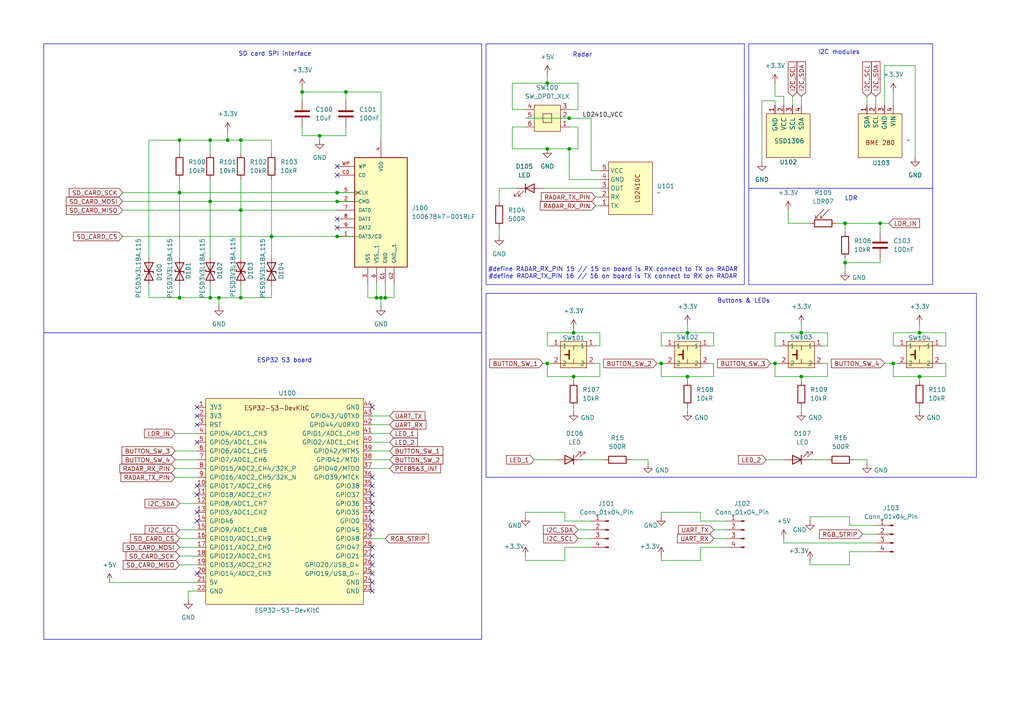
<source format=kicad_sch>
(kicad_sch (version 20231120) (generator "eeschema") (generator_version "8.0")
  (paper "A4")
  (lib_symbols
    (symbol "Connector:Conn_01x04_Pin" (pin_names (offset 1.016) hide)
      (property "Reference" "J" (at 0 5.08 0))
      (property "Value" "Conn_01x04_Pin" (at 0 -7.62 0))
      (symbol "Conn_01x04_Pin_1_1"
        (pin passive line (at 5.08 2.54 180) (length 3.81) (name "Pin_1") (number "1"))
        (pin passive line (at 5.08 0 180) (length 3.81) (name "Pin_2") (number "2"))
        (pin passive line (at 5.08 -2.54 180) (length 3.81) (name "Pin_3") (number "3"))
        (pin passive line (at 5.08 -5.08 180) (length 3.81) (name "Pin_4") (number "4"))
      )
    )
    (symbol "Device:C" (pin_numbers hide) (pin_names (offset 0.254))
      (property "Reference" "C" (at 0.635 2.54 0))
      (property "Value" "C" (at 0.635 -2.54 0))
      (symbol "C_1_1"
        (pin passive line (at 0 3.81 270) (length 2.794) (name "~") (number "1"))
        (pin passive line (at 0 -3.81 90) (length 2.794) (name "~") (number "2"))
      )
    )
    (symbol "Device:D_TVS" (pin_numbers hide) (pin_names (offset 1.016) hide)
      (property "Reference" "D" (at 0 2.54 0))
      (property "Value" "D_TVS" (at 0 -2.54 0))
      (symbol "D_TVS_1_1"
        (pin passive line (at -3.81 0 0) (length 2.54) (name "A1") (number "1"))
        (pin passive line (at 3.81 0 180) (length 2.54) (name "A2") (number "2"))
      )
    )
    (symbol "Device:LED" (pin_numbers hide) (pin_names (offset 1.016) hide)
      (property "Reference" "D" (at 0 2.54 0))
      (property "Value" "LED" (at 0 -2.54 0))
      (symbol "LED_1_1"
        (pin passive line (at -3.81 0 0) (length 2.54) (name "K") (number "1"))
        (pin passive line (at 3.81 0 180) (length 2.54) (name "A") (number "2"))
      )
    )
    (symbol "Device:R" (pin_numbers hide) (pin_names (offset 0))
      (property "Reference" "R" (at 2.032 0 90))
      (property "Value" "R" (at 0 0 90))
      (symbol "R_1_1"
        (pin passive line (at 0 3.81 270) (length 1.27) (name "~") (number "1"))
        (pin passive line (at 0 -3.81 90) (length 1.27) (name "~") (number "2"))
      )
    )
    (symbol "Sensor_Optical:LDR07" (pin_numbers hide) (pin_names (offset 0))
      (property "Reference" "R" (at -5.08 0 90))
      (property "Value" "LDR07" (at 1.905 0 90))
      (symbol "LDR07_1_1"
        (pin passive line (at 0 3.81 270) (length 1.27) (name "~") (number "1"))
        (pin passive line (at 0 -3.81 90) (length 1.27) (name "~") (number "2"))
      )
    )
    (symbol "esp32s3_watches:10067847-001RLF" (pin_names (offset 1.016))
      (property "Reference" "J" (at -6.096 13.208 0))
      (property "Value" "10067847-001RLF" (at 6.858 -11.938 90))
      (symbol "10067847-001RLF_0_0"
        (pin bidirectional line (at -12.7 -10.16 0) (length 5.08) (name "DAT3/CD") (number "1"))
        (pin bidirectional line (at -12.7 0 0) (length 5.08) (name "CMD") (number "2"))
        (pin power_in line (at -3.81 -24.13 90) (length 5.08) (name "VSS") (number "3"))
        (pin power_in line (at 0 17.78 270) (length 5.08) (name "VDD") (number "4"))
        (pin bidirectional clock (at -12.7 2.54 0) (length 5.08) (name "CLK") (number "5"))
        (pin power_in line (at -1.27 -24.13 90) (length 5.08) (name "VSS__1") (number "6"))
        (pin bidirectional line (at -12.7 -2.54 0) (length 5.08) (name "DAT0") (number "7"))
        (pin bidirectional line (at -12.7 -5.08 0) (length 5.08) (name "DAT1") (number "8"))
        (pin bidirectional line (at -12.7 -7.62 0) (length 5.08) (name "DAT2") (number "9"))
        (pin input line (at -12.7 7.62 0) (length 5.08) (name "CD") (number "CD"))
        (pin power_in line (at 1.27 -24.13 90) (length 5.08) (name "GND") (number "G1"))
        (pin power_in line (at 3.81 -24.13 90) (length 5.08) (name "GND__1") (number "G2"))
        (pin input line (at -12.7 10.16 0) (length 5.08) (name "WP") (number "WP"))
      )
    )
    (symbol "esp32s3_watches:BME280"
      (property "Reference" "U" (at 0 0 0))
      (symbol "BME280_1_1"
        (text "BME 280" (at 0 -10.922 0) (effects (font (size 1.27 1.27))))
        (pin input line (at -3.81 0 270) (length 2.54) (name "SDA") (number "1"))
        (pin input line (at -1.27 0 270) (length 2.54) (name "SCL") (number "2"))
        (pin power_in line (at 1.27 0 270) (length 2.54) (name "GND") (number "3"))
        (pin power_in line (at 3.81 0 270) (length 2.54) (name "VIN") (number "4"))
      )
    )
    (symbol "esp32s3_watches:ESP32-S3-DevKitC" (pin_names (offset 1.016))
      (property "Reference" "U" (at -21.844 45.72 0))
      (property "Value" "ESP32-S3-DevKitC" (at -10.922 44.45 0))
      (symbol "ESP32-S3-DevKitC_0_0"
        (text "ESP32-S3-DevKitC" (at -2.286 40.386 0) (effects (font (size 1.27 1.27))))
        (pin bidirectional line (at -25.4 7.62 0) (length 2.54) (name "GPIO46") (number "14"))
        (pin bidirectional line (at -25.4 -5.08 0) (length 2.54) (name "GPIO13/ADC2_CH2") (number "19"))
        (pin bidirectional line (at 25.4 27.94 180) (length 2.54) (name "GPIO42/MTMS") (number "39"))
        (pin bidirectional line (at 25.4 30.48 180) (length 2.54) (name "GPIO2/ADC1_CH1") (number "40"))
        (pin bidirectional line (at 25.4 33.02 180) (length 2.54) (name "GPIO1/ADC1_CH0") (number "41"))
        (pin bidirectional line (at 25.4 35.56 180) (length 2.54) (name "GPIO44/U0RXD") (number "42"))
        (pin bidirectional line (at 25.4 38.1 180) (length 2.54) (name "GPIO43/U0TXD") (number "43"))
        (pin power_in line (at 25.4 40.64 180) (length 2.54) (name "GND") (number "44"))
      )
      (symbol "ESP32-S3-DevKitC_0_1"
        (pin power_in line (at -25.4 38.1 0) (length 2.54) (name "3V3") (number "2"))
      )
      (symbol "ESP32-S3-DevKitC_1_1"
        (pin power_in line (at -25.4 40.64 0) (length 2.54) (name "3V3") (number "1"))
        (pin bidirectional line (at -25.4 17.78 0) (length 2.54) (name "GPIO17/ADC2_CH6") (number "10"))
        (pin bidirectional line (at -25.4 15.24 0) (length 2.54) (name "GPIO18/ADC2_CH7") (number "11"))
        (pin bidirectional line (at -25.4 12.7 0) (length 2.54) (name "GPIO8/ADC1_CH7") (number "12"))
        (pin bidirectional line (at -25.4 10.16 0) (length 2.54) (name "GPIO3/ADC1_CH2") (number "13"))
        (pin bidirectional line (at -25.4 5.08 0) (length 2.54) (name "GPIO9/ADC1_CH8") (number "15"))
        (pin bidirectional line (at -25.4 2.54 0) (length 2.54) (name "GPIO10/ADC1_CH9") (number "16"))
        (pin bidirectional line (at -25.4 0 0) (length 2.54) (name "GPIO11/ADC2_CH0") (number "17"))
        (pin bidirectional line (at -25.4 -2.54 0) (length 2.54) (name "GPIO12/ADC2_CH1") (number "18"))
        (pin bidirectional line (at -25.4 -7.62 0) (length 2.54) (name "GPIO14/ADC2_CH3") (number "20"))
        (pin power_in line (at -25.4 -10.16 0) (length 2.54) (name "5V") (number "21"))
        (pin power_in line (at -25.4 -12.7 0) (length 2.54) (name "GND") (number "22"))
        (pin power_in line (at 25.4 -12.7 180) (length 2.54) (name "GND") (number "23"))
        (pin power_in line (at 25.4 -10.16 180) (length 2.54) (name "GND") (number "24"))
        (pin bidirectional line (at 25.4 -7.62 180) (length 2.54) (name "GPIO19/USB_D-") (number "25"))
        (pin bidirectional line (at 25.4 -5.08 180) (length 2.54) (name "GPIO20/USB_D+") (number "26"))
        (pin bidirectional line (at 25.4 -2.54 180) (length 2.54) (name "GPIO21") (number "27"))
        (pin bidirectional line (at 25.4 0 180) (length 2.54) (name "GPIO47") (number "28"))
        (pin bidirectional line (at 25.4 2.54 180) (length 2.54) (name "GPIO48") (number "29"))
        (pin input line (at -25.4 35.56 0) (length 2.54) (name "RST") (number "3"))
        (pin bidirectional line (at 25.4 5.08 180) (length 2.54) (name "GPIO45") (number "30"))
        (pin bidirectional line (at 25.4 7.62 180) (length 2.54) (name "GPIO0") (number "31"))
        (pin bidirectional line (at 25.4 10.16 180) (length 2.54) (name "GPIO35") (number "32"))
        (pin bidirectional line (at 25.4 12.7 180) (length 2.54) (name "GPIO36") (number "33"))
        (pin bidirectional line (at 25.4 15.24 180) (length 2.54) (name "GPIO37") (number "34"))
        (pin bidirectional line (at 25.4 17.78 180) (length 2.54) (name "GPIO38") (number "35"))
        (pin bidirectional line (at 25.4 20.32 180) (length 2.54) (name "GPIO39/MTCK") (number "36"))
        (pin bidirectional line (at 25.4 22.86 180) (length 2.54) (name "GPIO40/MTDO") (number "37"))
        (pin bidirectional line (at 25.4 25.4 180) (length 2.54) (name "GPIO41/MTDI") (number "38"))
        (pin bidirectional line (at -25.4 33.02 0) (length 2.54) (name "GPIO4/ADC1_CH3") (number "4"))
        (pin bidirectional line (at -25.4 30.48 0) (length 2.54) (name "GPIO5/ADC1_CH4") (number "5"))
        (pin bidirectional line (at -25.4 27.94 0) (length 2.54) (name "GPIO6/ADC1_CH5") (number "6"))
        (pin bidirectional line (at -25.4 25.4 0) (length 2.54) (name "GPIO7/ADC1_CH6") (number "7"))
        (pin bidirectional line (at -25.4 22.86 0) (length 2.54) (name "GPIO15/ADC2_CH4/32K_P") (number "8"))
        (pin bidirectional line (at -25.4 20.32 0) (length 2.54) (name "GPIO16/ADC2_CH5/32K_N") (number "9"))
      )
    )
    (symbol "esp32s3_watches:LD2410C"
      (property "Reference" "U" (at 0 6.096 0))
      (symbol "LD2410C_1_1"
        (text "LD2410C" (at 0 -10.922 0) (effects (font (size 1.27 1.27))))
        (pin output line (at -5.08 0 270) (length 2.54) (name "TX") (number "1"))
        (pin input line (at -2.54 0 270) (length 2.54) (name "RX") (number "2"))
        (pin output line (at 0 0 270) (length 2.54) (name "OUT") (number "3"))
        (pin power_in line (at 2.54 0 270) (length 2.54) (name "GND") (number "4"))
        (pin power_in line (at 5.08 0 270) (length 2.54) (name "VCC") (number "5"))
      )
    )
    (symbol "esp32s3_watches:SSD1306" (pin_names (offset 1.016))
      (property "Reference" "Brd" (at 0 -3.81 0))
      (property "Value" "SSD1306" (at 0 -1.27 0))
      (symbol "SSD1306_1_1"
        (pin input line (at -3.81 8.89 270) (length 2.54) (name "GND") (number "1"))
        (pin input line (at -1.27 8.89 270) (length 2.54) (name "VCC") (number "2"))
        (pin input line (at 1.27 8.89 270) (length 2.54) (name "SCL") (number "3"))
        (pin input line (at 3.81 8.89 270) (length 2.54) (name "SDA") (number "4"))
      )
    )
    (symbol "esp32s3_watches:SW_DPDT_XLX" (pin_names (offset 1.016))
      (property "Reference" "SW" (at 0 5.08 0))
      (property "Value" "SW_DPDT_XLX" (at 0 2.54 0))
      (symbol "SW_DPDT_XLX_1_1"
        (pin input line (at 6.35 -6.35 180) (length 2.54) (name "~") (number "1"))
        (pin input line (at 6.35 -3.81 180) (length 2.54) (name "~") (number "2"))
        (pin input line (at 6.35 -1.27 180) (length 2.54) (name "~") (number "3"))
        (pin input line (at -6.35 -1.27 0) (length 2.54) (name "~") (number "4"))
        (pin input line (at -6.35 -3.81 0) (length 2.54) (name "~") (number "5"))
        (pin input line (at -6.35 -6.35 0) (length 2.54) (name "~") (number "6"))
      )
    )
    (symbol "esp32s3_watches:SW_PUSH_6mm_H5mm"
      (property "Reference" "SW" (at 0 3.81 0))
      (symbol "SW_PUSH_6mm_H5mm_1_1"
        (pin passive line (at -6.35 1.27 0) (length 2.54) (name "1") (number "1"))
        (pin passive line (at 6.35 1.27 180) (length 2.54) (name "1") (number "1"))
        (pin passive line (at -6.35 -3.81 0) (length 2.54) (name "2") (number "2"))
        (pin passive line (at 6.35 -3.81 180) (length 2.54) (name "2") (number "2"))
      )
    )
    (symbol "power:+3.3V" (power) (pin_numbers hide) (pin_names (offset 0) hide)
      (property "Value" "+3.3V" (at 0 3.556 0))
      (symbol "+3.3V_1_1"
        (pin power_in line (at 0 0 90) (length 0) (name "~") (number "1"))
      )
    )
    (symbol "power:+5V" (power) (pin_numbers hide) (pin_names (offset 0) hide)
      (property "Value" "+5V" (at 0 3.556 0))
      (symbol "+5V_1_1"
        (pin power_in line (at 0 0 90) (length 0) (name "~") (number "1"))
      )
    )
    (symbol "power:GND" (power) (pin_numbers hide) (pin_names (offset 0) hide)
      (property "Value" "GND" (at 0 -3.81 0))
      (symbol "GND_1_1"
        (pin power_in line (at 0 0 270) (length 0) (name "~") (number "1"))
      )
    )
  )
  (junction (at 69.85 60.96))
  (junction (at 97.79 55.88))
  (junction (at 97.79 58.42))
  (junction (at 158.75 24.13))
  (junction (at 166.37 109.22))
  (junction (at 100.33 26.67))
  (junction (at 87.63 26.67))
  (junction (at 224.79 105.41))
  (junction (at 52.07 86.36))
  (junction (at 69.85 40.64))
  (junction (at 191.77 105.41))
  (junction (at 111.76 86.36))
  (junction (at 232.41 109.22))
  (junction (at 109.22 86.36))
  (junction (at 52.07 40.64))
  (junction (at 92.71 39.37))
  (junction (at 60.96 86.36))
  (junction (at 245.11 64.77))
  (junction (at 52.07 55.88))
  (junction (at 255.27 64.77))
  (junction (at 232.41 96.52))
  (junction (at 166.37 96.52))
  (junction (at 110.49 86.36))
  (junction (at 266.7 96.52))
  (junction (at 199.39 109.22))
  (junction (at 60.96 58.42))
  (junction (at 60.96 40.64))
  (junction (at 158.75 43.18))
  (junction (at 259.08 105.41))
  (junction (at 66.04 40.64))
  (junction (at 63.5 86.36))
  (junction (at 245.11 76.2))
  (junction (at 165.1 43.18))
  (junction (at 158.75 105.41))
  (junction (at 69.85 86.36))
  (junction (at 199.39 96.52))
  (junction (at 266.7 109.22))
  (junction (at 165.1 34.29))
  (junction (at 97.79 68.58))
  (junction (at 78.74 68.58))
  (no_connect (at 107.95 171.45))
  (no_connect (at 107.95 151.13))
  (no_connect (at 97.79 66.04))
  (no_connect (at 107.95 166.37))
  (no_connect (at 57.15 148.59))
  (no_connect (at 107.95 161.29))
  (no_connect (at 57.15 151.13))
  (no_connect (at 97.79 48.26))
  (no_connect (at 57.15 118.11))
  (no_connect (at 107.95 118.11))
  (no_connect (at 107.95 168.91))
  (no_connect (at 107.95 158.75))
  (no_connect (at 57.15 143.51))
  (no_connect (at 57.15 166.37))
  (no_connect (at 57.15 123.19))
  (no_connect (at 107.95 153.67))
  (no_connect (at 107.95 163.83))
  (no_connect (at 107.95 143.51))
  (no_connect (at 107.95 138.43))
  (no_connect (at 57.15 120.65))
  (no_connect (at 97.79 63.5))
  (no_connect (at 57.15 140.97))
  (no_connect (at 107.95 148.59))
  (no_connect (at 97.79 50.8))
  (no_connect (at 107.95 140.97))
  (no_connect (at 107.95 146.05))
  (no_connect (at 57.15 128.27))
  (wire (pts (xy 191.77 105.41) (xy 191.77 109.22)))
  (wire (pts (xy 104.14 55.88) (xy 97.79 55.88)))
  (wire (pts (xy 69.85 44.45) (xy 69.85 40.64)))
  (wire (pts (xy 69.85 82.55) (xy 69.85 86.36)))
  (wire (pts (xy 173.99 109.22) (xy 166.37 109.22)))
  (wire (pts (xy 224.79 27.94) (xy 227.33 27.94)))
  (wire (pts (xy 274.32 96.52) (xy 266.7 96.52)))
  (wire (pts (xy 152.4 34.29) (xy 165.1 34.29)))
  (wire (pts (xy 52.07 161.29) (xy 57.15 161.29)))
  (wire (pts (xy 43.18 86.36) (xy 52.07 86.36)))
  (wire (pts (xy 173.99 52.07) (xy 165.1 52.07)))
  (wire (pts (xy 199.39 96.52) (xy 207.01 96.52)))
  (wire (pts (xy 199.39 109.22) (xy 199.39 110.49)))
  (wire (pts (xy 207.01 109.22) (xy 207.01 105.41)))
  (wire (pts (xy 199.39 93.98) (xy 199.39 96.52)))
  (wire (pts (xy 158.75 100.33) (xy 160.02 100.33)))
  (wire (pts (xy 100.33 26.67) (xy 100.33 29.21)))
  (wire (pts (xy 31.75 168.91) (xy 57.15 168.91)))
  (wire (pts (xy 273.05 100.33) (xy 274.32 100.33)))
  (wire (pts (xy 266.7 118.11) (xy 266.7 119.38)))
  (wire (pts (xy 50.8 135.89) (xy 57.15 135.89)))
  (wire (pts (xy 107.95 133.35) (xy 113.03 133.35)))
  (wire (pts (xy 223.52 105.41) (xy 224.79 105.41)))
  (wire (pts (xy 207.01 156.21) (xy 210.82 156.21)))
  (wire (pts (xy 107.95 128.27) (xy 113.03 128.27)))
  (wire (pts (xy 242.57 64.77) (xy 245.11 64.77)))
  (wire (pts (xy 251.46 133.35) (xy 251.46 134.62)))
  (wire (pts (xy 234.95 163.83) (xy 234.95 162.56)))
  (wire (pts (xy 254 27.94) (xy 254 30.48)))
  (wire (pts (xy 259.08 26.67) (xy 259.08 30.48)))
  (wire (pts (xy 35.56 55.88) (xy 52.07 55.88)))
  (wire (pts (xy 52.07 40.64) (xy 60.96 40.64)))
  (wire (pts (xy 166.37 109.22) (xy 166.37 110.49)))
  (wire (pts (xy 144.78 66.04) (xy 144.78 68.58)))
  (wire (pts (xy 52.07 55.88) (xy 52.07 74.93)))
  (wire (pts (xy 111.76 82.55) (xy 111.76 86.36)))
  (wire (pts (xy 224.79 29.21) (xy 224.79 30.48)))
  (wire (pts (xy 232.41 96.52) (xy 240.03 96.52)))
  (wire (pts (xy 144.78 54.61) (xy 144.78 58.42)))
  (wire (pts (xy 60.96 40.64) (xy 60.96 44.45)))
  (wire (pts (xy 78.74 44.45) (xy 78.74 40.64)))
  (wire (pts (xy 163.83 148.59) (xy 152.4 148.59)))
  (wire (pts (xy 165.1 52.07) (xy 165.1 43.18)))
  (wire (pts (xy 210.82 158.75) (xy 203.2 158.75)))
  (wire (pts (xy 254 160.02) (xy 246.38 160.02)))
  (wire (pts (xy 167.64 24.13) (xy 158.75 24.13)))
  (wire (pts (xy 107.95 130.81) (xy 113.03 130.81)))
  (wire (pts (xy 92.71 39.37) (xy 100.33 39.37)))
  (wire (pts (xy 227.33 156.21) (xy 227.33 157.48)))
  (wire (pts (xy 87.63 26.67) (xy 87.63 29.21)))
  (wire (pts (xy 165.1 34.29) (xy 171.45 34.29)))
  (wire (pts (xy 152.4 162.56) (xy 152.4 161.29)))
  (wire (pts (xy 114.3 82.55) (xy 114.3 86.36)))
  (wire (pts (xy 222.25 133.35) (xy 227.33 133.35)))
  (wire (pts (xy 158.75 105.41) (xy 160.02 105.41)))
  (wire (pts (xy 246.38 149.86) (xy 234.95 149.86)))
  (wire (pts (xy 163.83 151.13) (xy 163.83 148.59)))
  (wire (pts (xy 251.46 27.94) (xy 251.46 30.48)))
  (wire (pts (xy 104.14 68.58) (xy 97.79 68.58)))
  (wire (pts (xy 250.19 154.94) (xy 254 154.94)))
  (wire (pts (xy 167.64 43.18) (xy 165.1 43.18)))
  (wire (pts (xy 224.79 109.22) (xy 224.79 105.41)))
  (wire (pts (xy 199.39 118.11) (xy 199.39 119.38)))
  (wire (pts (xy 60.96 86.36) (xy 63.5 86.36)))
  (wire (pts (xy 52.07 40.64) (xy 43.18 40.64)))
  (wire (pts (xy 60.96 40.64) (xy 66.04 40.64)))
  (wire (pts (xy 228.6 64.77) (xy 234.95 64.77)))
  (wire (pts (xy 78.74 68.58) (xy 78.74 74.93)))
  (wire (pts (xy 234.95 133.35) (xy 240.03 133.35)))
  (wire (pts (xy 171.45 158.75) (xy 163.83 158.75)))
  (wire (pts (xy 254 152.4) (xy 246.38 152.4)))
  (wire (pts (xy 232.41 109.22) (xy 240.03 109.22)))
  (wire (pts (xy 87.63 26.67) (xy 100.33 26.67)))
  (wire (pts (xy 78.74 40.64) (xy 69.85 40.64)))
  (wire (pts (xy 167.64 156.21) (xy 171.45 156.21)))
  (wire (pts (xy 191.77 162.56) (xy 191.77 161.29)))
  (wire (pts (xy 43.18 40.64) (xy 43.18 74.93)))
  (wire (pts (xy 199.39 109.22) (xy 207.01 109.22)))
  (wire (pts (xy 246.38 163.83) (xy 234.95 163.83)))
  (wire (pts (xy 259.08 105.41) (xy 259.08 109.22)))
  (wire (pts (xy 157.48 54.61) (xy 173.99 54.61)))
  (wire (pts (xy 266.7 109.22) (xy 266.7 110.49)))
  (wire (pts (xy 246.38 160.02) (xy 246.38 163.83)))
  (wire (pts (xy 52.07 153.67) (xy 57.15 153.67)))
  (wire (pts (xy 227.33 157.48) (xy 254 157.48)))
  (wire (pts (xy 173.99 105.41) (xy 173.99 109.22)))
  (wire (pts (xy 245.11 64.77) (xy 255.27 64.77)))
  (wire (pts (xy 173.99 100.33) (xy 173.99 96.52)))
  (wire (pts (xy 255.27 76.2) (xy 255.27 74.93)))
  (wire (pts (xy 191.77 109.22) (xy 199.39 109.22)))
  (wire (pts (xy 106.68 82.55) (xy 106.68 86.36)))
  (wire (pts (xy 255.27 64.77) (xy 255.27 67.31)))
  (wire (pts (xy 69.85 40.64) (xy 66.04 40.64)))
  (wire (pts (xy 167.64 153.67) (xy 171.45 153.67)))
  (wire (pts (xy 246.38 152.4) (xy 246.38 149.86)))
  (wire (pts (xy 168.91 133.35) (xy 175.26 133.35)))
  (wire (pts (xy 35.56 68.58) (xy 78.74 68.58)))
  (wire (pts (xy 57.15 171.45) (xy 54.61 171.45)))
  (wire (pts (xy 107.95 135.89) (xy 113.03 135.89)))
  (wire (pts (xy 158.75 43.18) (xy 148.59 43.18)))
  (wire (pts (xy 69.85 60.96) (xy 69.85 74.93)))
  (wire (pts (xy 232.41 27.94) (xy 232.41 30.48)))
  (wire (pts (xy 111.76 86.36) (xy 110.49 86.36)))
  (wire (pts (xy 166.37 118.11) (xy 166.37 119.38)))
  (wire (pts (xy 107.95 156.21) (xy 111.76 156.21)))
  (wire (pts (xy 224.79 96.52) (xy 232.41 96.52)))
  (wire (pts (xy 78.74 68.58) (xy 97.79 68.58)))
  (wire (pts (xy 259.08 100.33) (xy 260.35 100.33)))
  (wire (pts (xy 224.79 105.41) (xy 226.06 105.41)))
  (wire (pts (xy 172.72 57.15) (xy 173.99 57.15)))
  (wire (pts (xy 207.01 100.33) (xy 205.74 100.33)))
  (wire (pts (xy 106.68 86.36) (xy 109.22 86.36)))
  (wire (pts (xy 148.59 24.13) (xy 158.75 24.13)))
  (wire (pts (xy 163.83 162.56) (xy 152.4 162.56)))
  (wire (pts (xy 163.83 158.75) (xy 163.83 162.56)))
  (wire (pts (xy 203.2 158.75) (xy 203.2 162.56)))
  (wire (pts (xy 172.72 59.69) (xy 173.99 59.69)))
  (wire (pts (xy 256.54 105.41) (xy 259.08 105.41)))
  (wire (pts (xy 107.95 125.73) (xy 113.03 125.73)))
  (wire (pts (xy 165.1 43.18) (xy 158.75 43.18)))
  (wire (pts (xy 158.75 24.13) (xy 158.75 21.59)))
  (wire (pts (xy 87.63 39.37) (xy 92.71 39.37)))
  (wire (pts (xy 100.33 26.67) (xy 110.49 26.67)))
  (wire (pts (xy 203.2 148.59) (xy 191.77 148.59)))
  (wire (pts (xy 193.04 105.41) (xy 191.77 105.41)))
  (wire (pts (xy 172.72 105.41) (xy 173.99 105.41)))
  (wire (pts (xy 69.85 86.36) (xy 63.5 86.36)))
  (wire (pts (xy 166.37 109.22) (xy 158.75 109.22)))
  (wire (pts (xy 50.8 138.43) (xy 57.15 138.43)))
  (wire (pts (xy 63.5 86.36) (xy 63.5 88.9)))
  (wire (pts (xy 78.74 52.07) (xy 78.74 68.58)))
  (wire (pts (xy 78.74 86.36) (xy 69.85 86.36)))
  (wire (pts (xy 229.87 27.94) (xy 229.87 30.48)))
  (wire (pts (xy 171.45 49.53) (xy 173.99 49.53)))
  (wire (pts (xy 152.4 148.59) (xy 152.4 149.86)))
  (wire (pts (xy 114.3 86.36) (xy 111.76 86.36)))
  (wire (pts (xy 35.56 58.42) (xy 60.96 58.42)))
  (wire (pts (xy 234.95 149.86) (xy 234.95 151.13)))
  (wire (pts (xy 245.11 76.2) (xy 245.11 78.74)))
  (wire (pts (xy 109.22 82.55) (xy 109.22 86.36)))
  (wire (pts (xy 104.14 58.42) (xy 97.79 58.42)))
  (wire (pts (xy 66.04 40.64) (xy 66.04 38.1)))
  (wire (pts (xy 191.77 100.33) (xy 191.77 96.52)))
  (wire (pts (xy 224.79 24.13) (xy 224.79 27.94)))
  (wire (pts (xy 274.32 100.33) (xy 274.32 96.52)))
  (wire (pts (xy 69.85 52.07) (xy 69.85 60.96)))
  (wire (pts (xy 259.08 96.52) (xy 259.08 100.33)))
  (wire (pts (xy 60.96 82.55) (xy 60.96 86.36)))
  (wire (pts (xy 60.96 58.42) (xy 60.96 74.93)))
  (wire (pts (xy 43.18 82.55) (xy 43.18 86.36)))
  (wire (pts (xy 50.8 130.81) (xy 57.15 130.81)))
  (wire (pts (xy 52.07 55.88) (xy 97.79 55.88)))
  (wire (pts (xy 52.07 156.21) (xy 57.15 156.21)))
  (wire (pts (xy 220.98 29.21) (xy 224.79 29.21)))
  (wire (pts (xy 226.06 100.33) (xy 224.79 100.33)))
  (wire (pts (xy 172.72 100.33) (xy 173.99 100.33)))
  (wire (pts (xy 52.07 44.45) (xy 52.07 40.64)))
  (wire (pts (xy 190.5 105.41) (xy 191.77 105.41)))
  (wire (pts (xy 154.94 133.35) (xy 161.29 133.35)))
  (wire (pts (xy 158.75 109.22) (xy 158.75 105.41)))
  (wire (pts (xy 50.8 133.35) (xy 57.15 133.35)))
  (wire (pts (xy 173.99 96.52) (xy 166.37 96.52)))
  (wire (pts (xy 87.63 25.4) (xy 87.63 26.67)))
  (wire (pts (xy 203.2 151.13) (xy 203.2 148.59)))
  (wire (pts (xy 167.64 36.83) (xy 167.64 43.18)))
  (wire (pts (xy 152.4 31.75) (xy 148.59 31.75)))
  (wire (pts (xy 193.04 100.33) (xy 191.77 100.33)))
  (wire (pts (xy 110.49 26.67) (xy 110.49 40.64)))
  (wire (pts (xy 207.01 153.67) (xy 210.82 153.67)))
  (wire (pts (xy 255.27 76.2) (xy 245.11 76.2)))
  (wire (pts (xy 247.65 133.35) (xy 251.46 133.35)))
  (wire (pts (xy 265.43 19.05) (xy 265.43 45.72)))
  (wire (pts (xy 78.74 82.55) (xy 78.74 86.36)))
  (wire (pts (xy 107.95 120.65) (xy 113.03 120.65)))
  (wire (pts (xy 52.07 86.36) (xy 60.96 86.36)))
  (wire (pts (xy 232.41 118.11) (xy 232.41 119.38)))
  (wire (pts (xy 266.7 96.52) (xy 259.08 96.52)))
  (wire (pts (xy 207.01 96.52) (xy 207.01 100.33)))
  (wire (pts (xy 259.08 109.22) (xy 266.7 109.22)))
  (wire (pts (xy 240.03 96.52) (xy 240.03 100.33)))
  (wire (pts (xy 240.03 100.33) (xy 238.76 100.33)))
  (wire (pts (xy 232.41 93.98) (xy 232.41 96.52)))
  (wire (pts (xy 92.71 39.37) (xy 92.71 40.64)))
  (wire (pts (xy 256.54 30.48) (xy 256.54 19.05)))
  (wire (pts (xy 210.82 151.13) (xy 203.2 151.13)))
  (wire (pts (xy 52.07 146.05) (xy 57.15 146.05)))
  (wire (pts (xy 52.07 82.55) (xy 52.07 86.36)))
  (wire (pts (xy 107.95 123.19) (xy 113.03 123.19)))
  (wire (pts (xy 158.75 96.52) (xy 158.75 100.33)))
  (wire (pts (xy 224.79 100.33) (xy 224.79 96.52)))
  (wire (pts (xy 149.86 54.61) (xy 144.78 54.61)))
  (wire (pts (xy 50.8 125.73) (xy 57.15 125.73)))
  (wire (pts (xy 266.7 109.22) (xy 274.32 109.22)))
  (wire (pts (xy 166.37 95.25) (xy 166.37 96.52)))
  (wire (pts (xy 148.59 31.75) (xy 148.59 24.13)))
  (wire (pts (xy 171.45 34.29) (xy 171.45 49.53)))
  (wire (pts (xy 54.61 171.45) (xy 54.61 173.99)))
  (wire (pts (xy 100.33 39.37) (xy 100.33 36.83)))
  (wire (pts (xy 191.77 148.59) (xy 191.77 149.86)))
  (wire (pts (xy 245.11 64.77) (xy 245.11 67.31)))
  (wire (pts (xy 35.56 60.96) (xy 69.85 60.96)))
  (wire (pts (xy 238.76 105.41) (xy 240.03 105.41)))
  (wire (pts (xy 52.07 163.83) (xy 57.15 163.83)))
  (wire (pts (xy 166.37 96.52) (xy 158.75 96.52)))
  (wire (pts (xy 165.1 36.83) (xy 167.64 36.83)))
  (wire (pts (xy 60.96 58.42) (xy 97.79 58.42)))
  (wire (pts (xy 110.49 86.36) (xy 110.49 88.9)))
  (wire (pts (xy 228.6 60.96) (xy 228.6 64.77)))
  (wire (pts (xy 171.45 151.13) (xy 163.83 151.13)))
  (wire (pts (xy 260.35 105.41) (xy 259.08 105.41)))
  (wire (pts (xy 220.98 46.99) (xy 220.98 29.21)))
  (wire (pts (xy 148.59 36.83) (xy 152.4 36.83)))
  (wire (pts (xy 148.59 43.18) (xy 148.59 36.83)))
  (wire (pts (xy 87.63 36.83) (xy 87.63 39.37)))
  (wire (pts (xy 60.96 52.07) (xy 60.96 58.42)))
  (wire (pts (xy 167.64 31.75) (xy 167.64 24.13)))
  (wire (pts (xy 274.32 109.22) (xy 274.32 105.41)))
  (wire (pts (xy 256.54 19.05) (xy 265.43 19.05)))
  (wire (pts (xy 240.03 105.41) (xy 240.03 109.22)))
  (wire (pts (xy 245.11 76.2) (xy 245.11 74.93)))
  (wire (pts (xy 203.2 162.56) (xy 191.77 162.56)))
  (wire (pts (xy 165.1 31.75) (xy 167.64 31.75)))
  (wire (pts (xy 109.22 86.36) (xy 110.49 86.36)))
  (wire (pts (xy 52.07 52.07) (xy 52.07 55.88)))
  (wire (pts (xy 69.85 60.96) (xy 97.79 60.96)))
  (wire (pts (xy 191.77 96.52) (xy 199.39 96.52)))
  (wire (pts (xy 274.32 105.41) (xy 273.05 105.41)))
  (wire (pts (xy 182.88 133.35) (xy 187.96 133.35)))
  (wire (pts (xy 255.27 64.77) (xy 257.81 64.77)))
  (wire (pts (xy 207.01 105.41) (xy 205.74 105.41)))
  (wire (pts (xy 52.07 158.75) (xy 57.15 158.75)))
  (wire (pts (xy 187.96 133.35) (xy 187.96 134.62)))
  (wire (pts (xy 232.41 109.22) (xy 232.41 110.49)))
  (wire (pts (xy 157.48 105.41) (xy 158.75 105.41)))
  (wire (pts (xy 227.33 27.94) (xy 227.33 30.48)))
  (wire (pts (xy 266.7 93.98) (xy 266.7 96.52)))
  (wire (pts (xy 224.79 109.22) (xy 232.41 109.22)))
  (rectangle (start 217.17 54.61) (end 270.51 82.55))
  (rectangle (start 140.97 85.09) (end 283.21 138.43))
  (rectangle (start 12.7 96.52) (end 139.7 185.42))
  (rectangle (start 217.17 12.7) (end 270.51 54.61))
  (rectangle (start 140.97 12.7) (end 215.9 82.55))
  (rectangle (start 12.7 12.7) (end 139.7 96.52))
  (text "ESP32 S3 board" (at 82.55 104.648 0) (effects (font (size 1.27 1.27))))
  (text "I2C modules" (at 243.332 15.24 0) (effects (font (size 1.27 1.27))))
  (text "Radar" (at 168.91 16.002 0) (effects (font (size 1.27 1.27))))
  (text "Buttons & LEDs" (at 215.646 87.376 0) (effects (font (size 1.27 1.27))))
  (text "LDR" (at 246.888 57.658 0) (effects (font (size 1.27 1.27))))
  (text "SD card SPI interface" (at 79.756 15.748 0) (effects (font (size 1.27 1.27))))
  (text "#define RADAR_RX_PIN 15 // 15 on board is RX connect to TX on RADAR\n#define RADAR_TX_PIN 16 // 16 on board is TX connect to RX on RADAR" (at 177.8 79.248 0) (effects (font (size 1.27 1.27))))
  (label "LD2410_VCC" (at 168.91 34.29 0))
  (global_label "LED_1" (shape input) (at 154.94 133.35 180) (property "Intersheetrefs" "${INTERSHEET_REFS}" (effects (hide yes))))
  (global_label "RADAR_RX_PIN" (shape input) (at 172.72 59.69 180) (property "Intersheetrefs" "${INTERSHEET_REFS}" (effects (hide yes))))
  (global_label "BUTTON_SW_4" (shape input) (at 50.8 133.35 180) (property "Intersheetrefs" "${INTERSHEET_REFS}" (effects (hide yes))))
  (global_label "BUTTON_SW_1" (shape input) (at 157.48 105.41 180) (property "Intersheetrefs" "${INTERSHEET_REFS}" (effects (hide yes))))
  (global_label "LDR_IN" (shape input) (at 257.81 64.77 0) (property "Intersheetrefs" "${INTERSHEET_REFS}" (effects (hide yes))))
  (global_label "I2C_SDA" (shape input) (at 52.07 146.05 180) (property "Intersheetrefs" "${INTERSHEET_REFS}" (effects (hide yes))))
  (global_label "I2C_SCL" (shape input) (at 52.07 153.67 180) (property "Intersheetrefs" "${INTERSHEET_REFS}" (effects (hide yes))))
  (global_label "LDR_IN" (shape input) (at 50.8 125.73 180) (property "Intersheetrefs" "${INTERSHEET_REFS}" (effects (hide yes))))
  (global_label "SD_CARD_MOSI" (shape input) (at 35.56 58.42 180) (property "Intersheetrefs" "${INTERSHEET_REFS}" (effects (hide yes))))
  (global_label "UART_TX" (shape input) (at 207.01 153.67 180) (property "Intersheetrefs" "${INTERSHEET_REFS}" (effects (hide yes))))
  (global_label "RADAR_TX_PIN" (shape input) (at 172.72 57.15 180) (property "Intersheetrefs" "${INTERSHEET_REFS}" (effects (hide yes))))
  (global_label "I2C_SDA" (shape input) (at 254 27.94 90) (property "Intersheetrefs" "${INTERSHEET_REFS}" (effects (hide yes))))
  (global_label "SD_CARD_MISO" (shape input) (at 35.56 60.96 180) (property "Intersheetrefs" "${INTERSHEET_REFS}" (effects (hide yes))))
  (global_label "UART_RX" (shape input) (at 113.03 123.19 0) (property "Intersheetrefs" "${INTERSHEET_REFS}" (effects (hide yes))))
  (global_label "LED_2" (shape input) (at 113.03 128.27 0) (property "Intersheetrefs" "${INTERSHEET_REFS}" (effects (hide yes))))
  (global_label "SD_CARD_CS" (shape input) (at 35.56 68.58 180) (property "Intersheetrefs" "${INTERSHEET_REFS}" (effects (hide yes))))
  (global_label "SD_CARD_SCK" (shape input) (at 35.56 55.88 180) (property "Intersheetrefs" "${INTERSHEET_REFS}" (effects (hide yes))))
  (global_label "LED_1" (shape input) (at 113.03 125.73 0) (property "Intersheetrefs" "${INTERSHEET_REFS}" (effects (hide yes))))
  (global_label "SD_CARD_CS" (shape input) (at 52.07 156.21 180) (property "Intersheetrefs" "${INTERSHEET_REFS}" (effects (hide yes))))
  (global_label "BUTTON_SW_2" (shape input) (at 190.5 105.41 180) (property "Intersheetrefs" "${INTERSHEET_REFS}" (effects (hide yes))))
  (global_label "RADAR_RX_PIN" (shape input) (at 50.8 135.89 180) (property "Intersheetrefs" "${INTERSHEET_REFS}" (effects (hide yes))))
  (global_label "UART_TX" (shape input) (at 113.03 120.65 0) (property "Intersheetrefs" "${INTERSHEET_REFS}" (effects (hide yes))))
  (global_label "RGB_STRIP" (shape input) (at 250.19 154.94 180) (property "Intersheetrefs" "${INTERSHEET_REFS}" (effects (hide yes))))
  (global_label "I2C_SCL" (shape input) (at 167.64 156.21 180) (property "Intersheetrefs" "${INTERSHEET_REFS}" (effects (hide yes))))
  (global_label "BUTTON_SW_4" (shape input) (at 256.54 105.41 180) (property "Intersheetrefs" "${INTERSHEET_REFS}" (effects (hide yes))))
  (global_label "BUTTON_SW_3" (shape input) (at 50.8 130.81 180) (property "Intersheetrefs" "${INTERSHEET_REFS}" (effects (hide yes))))
  (global_label "SD_CARD_MOSI" (shape input) (at 52.07 158.75 180) (property "Intersheetrefs" "${INTERSHEET_REFS}" (effects (hide yes))))
  (global_label "RADAR_TX_PIN" (shape input) (at 50.8 138.43 180) (property "Intersheetrefs" "${INTERSHEET_REFS}" (effects (hide yes))))
  (global_label "RGB_STRIP" (shape input) (at 111.76 156.21 0) (property "Intersheetrefs" "${INTERSHEET_REFS}" (effects (hide yes))))
  (global_label "BUTTON_SW_2" (shape input) (at 113.03 133.35 0) (property "Intersheetrefs" "${INTERSHEET_REFS}" (effects (hide yes))))
  (global_label "PCF8563_INT" (shape input) (at 113.03 135.89 0) (property "Intersheetrefs" "${INTERSHEET_REFS}" (effects (hide yes))))
  (global_label "BUTTON_SW_1" (shape input) (at 113.03 130.81 0) (property "Intersheetrefs" "${INTERSHEET_REFS}" (effects (hide yes))))
  (global_label "UART_RX" (shape input) (at 207.01 156.21 180) (property "Intersheetrefs" "${INTERSHEET_REFS}" (effects (hide yes))))
  (global_label "I2C_SDA" (shape input) (at 232.41 27.94 90) (property "Intersheetrefs" "${INTERSHEET_REFS}" (effects (hide yes))))
  (global_label "I2C_SCL" (shape input) (at 251.46 27.94 90) (property "Intersheetrefs" "${INTERSHEET_REFS}" (effects (hide yes))))
  (global_label "I2C_SCL" (shape input) (at 229.87 27.94 90) (property "Intersheetrefs" "${INTERSHEET_REFS}" (effects (hide yes))))
  (global_label "SD_CARD_SCK" (shape input) (at 52.07 161.29 180) (property "Intersheetrefs" "${INTERSHEET_REFS}" (effects (hide yes))))
  (global_label "LED_2" (shape input) (at 222.25 133.35 180) (property "Intersheetrefs" "${INTERSHEET_REFS}" (effects (hide yes))))
  (global_label "I2C_SDA" (shape input) (at 167.64 153.67 180) (property "Intersheetrefs" "${INTERSHEET_REFS}" (effects (hide yes))))
  (global_label "SD_CARD_MISO" (shape input) (at 52.07 163.83 180) (property "Intersheetrefs" "${INTERSHEET_REFS}" (effects (hide yes))))
  (global_label "BUTTON_SW_3" (shape input) (at 223.52 105.41 180) (property "Intersheetrefs" "${INTERSHEET_REFS}" (effects (hide yes))))
  (symbol (lib_id "power:GND") (at 144.78 68.58 0) (unit 1)
    (property "Reference" "#PWR045" (effects (hide yes)))
    (property "Value" "GND" (at 144.78 73.66 0))
    (property "Description" "Power symbol creates a global label with name \"GND\" , ground" (effects (hide yes)))
  )
  (symbol (lib_id "Device:R") (at 245.11 71.12 0) (unit 1)
    (property "Reference" "R106" (at 247.65 69.8499 0) (effects (justify left)))
    (property "Value" "10kR" (at 247.65 72.3899 0) (effects (justify left)))
    (property "Footprint" "Resistor_SMD:R_0805_2012Metric" (effects (hide yes)))
    (property "Description" "Resistor" (effects (hide yes)))
    (property "Manufacturer" "UNI-ROYAL(Uniroyal Elec)" (effects (hide yes)))
    (property "Manufacturer Product Number" "0805W8F1002T5E" (effects (hide yes)))
  )
  (symbol (lib_id "Device:LED") (at 165.1 133.35 180) (unit 1)
    (property "Reference" "D106" (at 166.6875 125.73 0))
    (property "Value" "LED" (at 166.6875 128.27 0))
    (property "Footprint" "LED_THT:LED_D5.0mm" (effects (hide yes)))
    (property "Description" "Light emitting diode" (effects (hide yes)))
  )
  (symbol (lib_id "power:+3.3V") (at 66.04 38.1 0) (unit 1)
    (property "Reference" "#PWR044" (effects (hide yes)))
    (property "Value" "+3.3V" (at 66.04 33.02 0))
    (property "Description" "Power symbol creates a global label with name \"+3.3V\"" (effects (hide yes)))
  )
  (symbol (lib_id "Device:C") (at 100.33 33.02 0) (unit 1)
    (property "Reference" "C101" (at 104.14 31.7499 0) (effects (justify left)))
    (property "Value" "100nF" (at 104.14 34.2899 0) (effects (justify left)))
    (property "Footprint" "Capacitor_SMD:C_0603_1608Metric" (effects (hide yes)))
    (property "Description" "Unpolarized capacitor" (effects (hide yes)))
    (property "Manufacturer" "Samsung Electro-Mechanics" (effects (hide yes)))
    (property "Manufacturer Product Number" "CL10B104KB8NNNC" (effects (hide yes)))
  )
  (symbol (lib_id "Connector:Conn_01x04_Pin") (at 259.08 154.94 0) (mirror y) (unit 1)
    (property "Reference" "J103" (at 258.445 147.32 0))
    (property "Value" "Conn_01x04_Pin" (at 258.445 149.86 0))
    (property "Footprint" "Connector_PinHeader_1.27mm:PinHeader_1x04_P1.27mm_Vertical" (effects (hide yes)))
    (property "Description" "Generic connector, single row, 01x04, script generated" (effects (hide yes)))
  )
  (symbol (lib_id "power:+3.3V") (at 232.41 93.98 0) (unit 1)
    (property "Reference" "#PWR057" (effects (hide yes)))
    (property "Value" "+3.3V" (at 232.41 88.9 0))
    (property "Description" "Power symbol creates a global label with name \"+3.3V\"" (effects (hide yes)))
  )
  (symbol (lib_id "esp32s3_watches:ESP32-S3-DevKitC") (at 82.55 158.75 0) (unit 1)
    (property "Reference" "U100" (at 83.312 114.046 0))
    (property "Value" "ESP32-S3-DevKitC" (at 83.312 177.038 0))
    (property "Footprint" "esp32s3_watches:ESP32-S3-DevKitC" (effects (hide yes)))
    (property "Description" "ESP32-S3-DevKitC" (effects (hide yes)))
  )
  (symbol (lib_id "power:GND") (at 187.96 134.62 0) (unit 1)
    (property "Reference" "#PWR060" (effects (hide yes)))
    (property "Value" "GND" (at 192.024 136.398 0))
    (property "Description" "Power symbol creates a global label with name \"GND\" , ground" (effects (hide yes)))
  )
  (symbol (lib_id "power:GND") (at 251.46 134.62 0) (unit 1)
    (property "Reference" "#PWR061" (effects (hide yes)))
    (property "Value" "GND" (at 255.524 136.398 0))
    (property "Description" "Power symbol creates a global label with name \"GND\" , ground" (effects (hide yes)))
  )
  (symbol (lib_id "power:+3.3V") (at 228.6 60.96 0) (unit 1)
    (property "Reference" "#PWR050" (effects (hide yes)))
    (property "Value" "+3.3V" (at 228.6 55.88 0))
    (property "Description" "Power symbol creates a global label with name \"+3.3V\"" (effects (hide yes)))
  )
  (symbol (lib_id "power:GND") (at 266.7 119.38 0) (unit 1)
    (property "Reference" "#PWR058" (effects (hide yes)))
    (property "Value" "GND" (at 270.764 121.158 0))
    (property "Description" "Power symbol creates a global label with name \"GND\" , ground" (effects (hide yes)))
  )
  (symbol (lib_id "Device:C") (at 255.27 71.12 0) (unit 1)
    (property "Reference" "C103" (at 259.08 69.8499 0) (effects (justify left)))
    (property "Value" "100nF" (at 259.08 72.3899 0) (effects (justify left)))
    (property "Footprint" "Capacitor_SMD:C_0603_1608Metric" (effects (hide yes)))
    (property "Description" "Unpolarized capacitor" (effects (hide yes)))
    (property "Manufacturer" "Samsung Electro-Mechanics" (effects (hide yes)))
    (property "Manufacturer Product Number" "CL10B104KB8NNNC" (effects (hide yes)))
  )
  (symbol (lib_id "Device:R") (at 179.07 133.35 90) (unit 1)
    (property "Reference" "R15" (at 179.07 127 90))
    (property "Value" "500R" (at 179.07 129.54 90))
    (property "Footprint" "Resistor_SMD:R_0805_2012Metric" (effects (hide yes)))
    (property "Description" "Resistor" (effects (hide yes)))
    (property "Manufacturer" "Viking Tech" (effects (hide yes)))
    (property "Manufacturer Product Number" "ARG05FTC5000" (effects (hide yes)))
  )
  (symbol (lib_id "power:GND") (at 234.95 151.13 0) (unit 1)
    (property "Reference" "#PWR074" (effects (hide yes)))
    (property "Value" "GND" (at 231.902 153.67 0))
    (property "Description" "Power symbol creates a global label with name \"GND\" , ground" (effects (hide yes)))
  )
  (symbol (lib_id "power:+5V") (at 31.75 168.91 0) (unit 1)
    (property "Reference" "#PWR031" (effects (hide yes)))
    (property "Value" "+5V" (at 31.75 163.83 0))
    (property "Description" "Power symbol creates a global label with name \"+5V\"" (effects (hide yes)))
  )
  (symbol (lib_id "power:GND") (at 63.5 88.9 0) (unit 1)
    (property "Reference" "#PWR064" (effects (hide yes)))
    (property "Value" "GND" (at 63.5 93.98 0))
    (property "Description" "Power symbol creates a global label with name \"GND\" , ground" (effects (hide yes)))
  )
  (symbol (lib_id "power:GND") (at 110.49 88.9 0) (unit 1)
    (property "Reference" "#PWR035" (effects (hide yes)))
    (property "Value" "GND" (at 110.49 93.98 0))
    (property "Description" "Power symbol creates a global label with name \"GND\" , ground" (effects (hide yes)))
  )
  (symbol (lib_id "Device:D_TVS") (at 52.07 78.74 270) (unit 1)
    (property "Reference" "D101" (at 54.61 75.946 0) (effects (justify left)))
    (property "Value" "PESD3V3L1BA,115" (at 49.276 69.088 0) (effects (justify left)))
    (property "Footprint" "Diode_SMD:D_SOD-323" (effects (hide yes)))
    (property "DigiKey Part Number" "1727-3825-6-ND" (effects (hide yes)))
    (property "Manufacturer" "Nexperia USA Inc." (effects (hide yes)))
    (property "Manufacturer Product Number" "PESD3V3L1BA,115" (effects (hide yes)))
  )
  (symbol (lib_id "power:GND") (at 158.75 43.18 0) (unit 1)
    (property "Reference" "#PWR033" (effects (hide yes)))
    (property "Value" "GND" (at 158.75 48.26 0))
    (property "Description" "Power symbol creates a global label with name \"GND\" , ground" (effects (hide yes)))
  )
  (symbol (lib_id "Device:R") (at 144.78 62.23 0) (unit 1)
    (property "Reference" "R104" (at 147.32 60.9599 0) (effects (justify left)))
    (property "Value" "500R" (at 147.32 63.4999 0) (effects (justify left)))
    (property "Footprint" "Resistor_SMD:R_0805_2012Metric" (effects (hide yes)))
    (property "Description" "Resistor" (effects (hide yes)))
    (property "Manufacturer" "Viking Tech" (effects (hide yes)))
    (property "Manufacturer Product Number" "ARG05FTC5000" (effects (hide yes)))
  )
  (symbol (lib_id "Device:D_TVS") (at 60.96 78.74 270) (unit 1)
    (property "Reference" "D102" (at 63.754 75.946 0) (effects (justify left)))
    (property "Value" "PESD3V3L1BA,115" (at 58.674 69.088 0) (effects (justify left)))
    (property "Footprint" "Diode_SMD:D_SOD-323" (effects (hide yes)))
    (property "DigiKey Part Number" "1727-3825-6-ND" (effects (hide yes)))
    (property "Manufacturer" "Nexperia USA Inc." (effects (hide yes)))
    (property "Manufacturer Product Number" "PESD3V3L1BA,115" (effects (hide yes)))
  )
  (symbol (lib_id "power:GND") (at 199.39 119.38 0) (unit 1)
    (property "Reference" "#PWR054" (effects (hide yes)))
    (property "Value" "GND" (at 203.454 121.158 0))
    (property "Description" "Power symbol creates a global label with name \"GND\" , ground" (effects (hide yes)))
  )
  (symbol (lib_id "power:GND") (at 54.61 173.99 0) (unit 1)
    (property "Reference" "#PWR030" (effects (hide yes)))
    (property "Value" "GND" (at 54.61 179.07 0))
    (property "Description" "Power symbol creates a global label with name \"GND\" , ground" (effects (hide yes)))
  )
  (symbol (lib_id "power:GND") (at 191.77 149.86 0) (unit 1)
    (property "Reference" "#PWR072" (effects (hide yes)))
    (property "Value" "GND" (at 188.722 152.4 0))
    (property "Description" "Power symbol creates a global label with name \"GND\" , ground" (effects (hide yes)))
  )
  (symbol (lib_id "Device:LED") (at 231.14 133.35 180) (unit 1)
    (property "Reference" "D107" (at 232.7275 125.73 0))
    (property "Value" "LED" (at 232.7275 128.27 0))
    (property "Footprint" "LED_THT:LED_D5.0mm" (effects (hide yes)))
    (property "Description" "Light emitting diode" (effects (hide yes)))
  )
  (symbol (lib_id "esp32s3_watches:SW_PUSH_6mm_H5mm") (at 166.37 101.6 0) (unit 1)
    (property "Reference" "SW101" (at 166.37 98.044 0))
    (property "Value" "~" (at 166.37 97.79 0))
    (property "Footprint" "esp32s3_watches:SW_PUSH_6mm_H5mm" (effects (hide yes)))
  )
  (symbol (lib_id "Device:R") (at 60.96 48.26 0) (unit 1)
    (property "Reference" "R101" (at 63.5 46.9899 0) (effects (justify left)))
    (property "Value" "10kR" (at 63.5 49.5299 0) (effects (justify left)))
    (property "Footprint" "Resistor_SMD:R_0805_2012Metric" (effects (hide yes)))
    (property "Description" "Resistor" (effects (hide yes)))
    (property "Manufacturer" "UNI-ROYAL(Uniroyal Elec)" (effects (hide yes)))
    (property "Manufacturer Product Number" "0805W8F1002T5E" (effects (hide yes)))
  )
  (symbol (lib_id "Device:R") (at 78.74 48.26 0) (unit 1)
    (property "Reference" "R103" (at 81.28 46.9899 0) (effects (justify left)))
    (property "Value" "10kR" (at 81.28 49.5299 0) (effects (justify left)))
    (property "Footprint" "Resistor_SMD:R_0805_2012Metric" (effects (hide yes)))
    (property "Description" "Resistor" (effects (hide yes)))
    (property "Manufacturer" "UNI-ROYAL(Uniroyal Elec)" (effects (hide yes)))
    (property "Manufacturer Product Number" "0805W8F1002T5E" (effects (hide yes)))
  )
  (symbol (lib_id "Device:R") (at 52.07 48.26 0) (unit 1)
    (property "Reference" "R100" (at 54.61 46.9899 0) (effects (justify left)))
    (property "Value" "10kR" (at 54.61 49.5299 0) (effects (justify left)))
    (property "Footprint" "Resistor_SMD:R_0805_2012Metric" (effects (hide yes)))
    (property "Description" "Resistor" (effects (hide yes)))
    (property "Manufacturer" "UNI-ROYAL(Uniroyal Elec)" (effects (hide yes)))
    (property "Manufacturer Product Number" "0805W8F1002T5E" (effects (hide yes)))
  )
  (symbol (lib_id "power:GND") (at 265.43 45.72 0) (unit 1)
    (property "Reference" "#PWR049" (effects (hide yes)))
    (property "Value" "GND" (at 265.43 50.8 0))
    (property "Description" "Power symbol creates a global label with name \"GND\" , ground" (effects (hide yes)))
  )
  (symbol (lib_id "power:+3.3V") (at 259.08 26.67 0) (unit 1)
    (property "Reference" "#PWR048" (effects (hide yes)))
    (property "Value" "+3.3V" (at 259.08 21.59 0))
    (property "Description" "Power symbol creates a global label with name \"+3.3V\"" (effects (hide yes)))
  )
  (symbol (lib_id "Device:R") (at 266.7 114.3 0) (unit 1)
    (property "Reference" "R110" (at 269.24 113.0299 0) (effects (justify left)))
    (property "Value" "10kR" (at 269.24 115.5699 0) (effects (justify left)))
    (property "Footprint" "Resistor_SMD:R_0805_2012Metric" (effects (hide yes)))
    (property "Description" "Resistor" (effects (hide yes)))
    (property "Manufacturer" "UNI-ROYAL(Uniroyal Elec)" (effects (hide yes)))
    (property "Manufacturer Product Number" "0805W8F1002T5E" (effects (hide yes)))
  )
  (symbol (lib_id "Device:D_TVS") (at 78.74 78.74 270) (unit 1)
    (property "Reference" "D104" (at 81.534 75.946 0) (effects (justify left)))
    (property "Value" "PESD3V3L1BA,115" (at 76.2 69.088 0) (effects (justify left)))
    (property "Footprint" "Diode_SMD:D_SOD-323" (effects (hide yes)))
    (property "DigiKey Part Number" "1727-3825-6-ND" (effects (hide yes)))
    (property "Manufacturer" "Nexperia USA Inc." (effects (hide yes)))
    (property "Manufacturer Product Number" "PESD3V3L1BA,115" (effects (hide yes)))
  )
  (symbol (lib_id "esp32s3_watches:SW_PUSH_6mm_H5mm") (at 232.41 101.6 0) (unit 1)
    (property "Reference" "SW103" (at 232.41 97.79 0))
    (property "Value" "~" (at 232.41 97.79 0))
    (property "Footprint" "esp32s3_watches:SW_PUSH_6mm_H5mm" (effects (hide yes)))
  )
  (symbol (lib_id "esp32s3_watches:SW_PUSH_6mm_H5mm") (at 266.7 101.6 0) (unit 1)
    (property "Reference" "SW104" (at 266.7 98.044 0))
    (property "Value" "~" (at 266.7 97.79 0))
    (property "Footprint" "esp32s3_watches:SW_PUSH_6mm_H5mm" (effects (hide yes)))
  )
  (symbol (lib_id "Device:LED") (at 153.67 54.61 0) (unit 1)
    (property "Reference" "D105" (at 152.0825 48.26 0))
    (property "Value" "LED" (at 152.0825 50.8 0))
    (property "Footprint" "LED_THT:LED_D5.0mm" (effects (hide yes)))
    (property "Description" "Light emitting diode" (effects (hide yes)))
  )
  (symbol (lib_id "Device:R") (at 199.39 114.3 0) (unit 1)
    (property "Reference" "R108" (at 201.93 113.0299 0) (effects (justify left)))
    (property "Value" "10kR" (at 201.93 115.5699 0) (effects (justify left)))
    (property "Footprint" "Resistor_SMD:R_0805_2012Metric" (effects (hide yes)))
    (property "Description" "Resistor" (effects (hide yes)))
    (property "Manufacturer" "UNI-ROYAL(Uniroyal Elec)" (effects (hide yes)))
    (property "Manufacturer Product Number" "0805W8F1002T5E" (effects (hide yes)))
  )
  (symbol (lib_id "esp32s3_watches:10067847-001RLF") (at 110.49 58.42 0) (unit 1)
    (property "Reference" "J100" (at 119.38 60.3249 0) (effects (justify left)))
    (property "Value" "10067847-001RLF" (at 119.38 62.8649 0) (effects (justify left)))
    (property "Footprint" "esp32s3_watches:AMPHENOL_10067847-001RLF" (effects (hide yes)))
    (property "PARTREV" "K" (effects (hide yes)))
    (property "MANUFACTURER" "Amphenol FCI" (effects (hide yes)))
    (property "MAXIMUM_PACKAGE_HEIGHT" "2.80 mm" (effects (hide yes)))
    (property "STANDARD" "Manufacturer Recommendations" (effects (hide yes)))
    (property "Manufacturer" "Amphenol ICC" (effects (hide yes)))
    (property "Manufacturer Product Number" "10067847-001RLF" (effects (hide yes)))
  )
  (symbol (lib_id "esp32s3_watches:SW_DPDT_XLX") (at 158.75 30.48 0) (unit 1)
    (property "Reference" "SW100" (at 158.75 25.4 0))
    (property "Value" "SW_DPDT_XLX" (at 158.75 27.94 0))
    (property "Footprint" "esp32s3_watches:SW_DPDT_XLX" (effects (hide yes)))
  )
  (symbol (lib_id "Device:R") (at 232.41 114.3 0) (unit 1)
    (property "Reference" "R109" (at 234.95 113.0299 0) (effects (justify left)))
    (property "Value" "10kR" (at 234.95 115.5699 0) (effects (justify left)))
    (property "Footprint" "Resistor_SMD:R_0805_2012Metric" (effects (hide yes)))
    (property "Description" "Resistor" (effects (hide yes)))
    (property "Manufacturer" "UNI-ROYAL(Uniroyal Elec)" (effects (hide yes)))
    (property "Manufacturer Product Number" "0805W8F1002T5E" (effects (hide yes)))
  )
  (symbol (lib_id "Sensor_Optical:LDR07") (at 238.76 64.77 270) (unit 1)
    (property "Reference" "R105" (at 238.76 55.88 90))
    (property "Value" "LDR07" (at 238.76 58.42 90))
    (property "Footprint" "OptoDevice:R_LDR_5.1x4.3mm_P3.4mm_Vertical" (effects (hide yes)))
    (property "Datasheet" "http://www.tme.eu/de/Document/f2e3ad76a925811312d226c31da4cd7e/LDR07.pdf" (effects (hide yes)))
    (property "Description" "light dependent resistor" (effects (hide yes)))
    (property "Manufacturer" "JCHL(Shenzhen Jing Chuang He Li Tech)" (effects (hide yes)))
    (property "Manufacturer Product Number" "GL5528(10-20)" (effects (hide yes)))
  )
  (symbol (lib_id "power:+3.3V") (at 224.79 24.13 0) (unit 1)
    (property "Reference" "#PWR046" (effects (hide yes)))
    (property "Value" "+3.3V" (at 224.79 19.05 0))
    (property "Description" "Power symbol creates a global label with name \"+3.3V\"" (effects (hide yes)))
  )
  (symbol (lib_id "power:GND") (at 152.4 149.86 0) (unit 1)
    (property "Reference" "#PWR071" (effects (hide yes)))
    (property "Value" "GND" (at 149.352 152.4 0))
    (property "Description" "Power symbol creates a global label with name \"GND\" , ground" (effects (hide yes)))
  )
  (symbol (lib_id "power:+3.3V") (at 266.7 93.98 0) (unit 1)
    (property "Reference" "#PWR059" (effects (hide yes)))
    (property "Value" "+3.3V" (at 266.7 88.9 0))
    (property "Description" "Power symbol creates a global label with name \"+3.3V\"" (effects (hide yes)))
  )
  (symbol (lib_id "Connector:Conn_01x04_Pin") (at 176.53 153.67 0) (mirror y) (unit 1)
    (property "Reference" "J101" (at 175.895 146.05 0))
    (property "Value" "Conn_01x04_Pin" (at 175.895 148.59 0))
    (property "Footprint" "Connector_PinHeader_1.27mm:PinHeader_1x04_P1.27mm_Vertical" (effects (hide yes)))
    (property "Description" "Generic connector, single row, 01x04, script generated" (effects (hide yes)))
  )
  (symbol (lib_id "power:+3.3V") (at 87.63 25.4 0) (unit 1)
    (property "Reference" "#PWR034" (effects (hide yes)))
    (property "Value" "+3.3V" (at 87.63 20.32 0))
    (property "Description" "Power symbol creates a global label with name \"+3.3V\"" (effects (hide yes)))
  )
  (symbol (lib_id "power:+3.3V") (at 166.37 95.25 0) (unit 1)
    (property "Reference" "#PWR052" (effects (hide yes)))
    (property "Value" "+3.3V" (at 166.37 90.17 0))
    (property "Description" "Power symbol creates a global label with name \"+3.3V\"" (effects (hide yes)))
  )
  (symbol (lib_id "power:+3.3V") (at 234.95 162.56 0) (unit 1)
    (property "Reference" "#PWR075" (effects (hide yes)))
    (property "Value" "+3.3V" (at 231.648 159.766 0))
    (property "Description" "Power symbol creates a global label with name \"+3.3V\"" (effects (hide yes)))
  )
  (symbol (lib_id "esp32s3_watches:BME280") (at 255.27 30.48 0) (unit 1)
    (property "Reference" "U103" (at 252.984 47.244 0) (effects (justify left)))
    (property "Value" "~" (at 262.89 40.64 0) (effects (justify left)))
    (property "Footprint" "esp32s3_watches:BME280" (effects (hide yes)))
  )
  (symbol (lib_id "esp32s3_watches:LD2410C") (at 173.99 54.61 90) (unit 1)
    (property "Reference" "U101" (at 190.5 53.9749 90) (effects (justify right)))
    (property "Value" "~" (at 190.5 55.88 90) (effects (justify right)))
    (property "Footprint" "esp32s3_watches:LD2410C" (effects (hide yes)))
  )
  (symbol (lib_id "power:GND") (at 166.37 119.38 0) (unit 1)
    (property "Reference" "#PWR053" (effects (hide yes)))
    (property "Value" "GND" (at 170.434 121.158 0))
    (property "Description" "Power symbol creates a global label with name \"GND\" , ground" (effects (hide yes)))
  )
  (symbol (lib_id "Connector:Conn_01x04_Pin") (at 215.9 153.67 0) (mirror y) (unit 1)
    (property "Reference" "J102" (at 215.265 146.05 0))
    (property "Value" "Conn_01x04_Pin" (at 215.265 148.59 0))
    (property "Footprint" "Connector_PinHeader_1.27mm:PinHeader_1x04_P1.27mm_Vertical" (effects (hide yes)))
    (property "Description" "Generic connector, single row, 01x04, script generated" (effects (hide yes)))
  )
  (symbol (lib_id "Device:C") (at 87.63 33.02 0) (unit 1)
    (property "Reference" "C100" (at 91.44 31.7499 0) (effects (justify left)))
    (property "Value" "10uF" (at 91.44 34.2899 0) (effects (justify left)))
    (property "Footprint" "Capacitor_SMD:C_0805_2012Metric" (effects (hide yes)))
    (property "Description" "Unpolarized capacitor" (effects (hide yes)))
    (property "Manufacturer" "Samsung Electro-Mechanics" (effects (hide yes)))
    (property "Manufacturer Product Number" "CL21A106KOQNNNE" (effects (hide yes)))
  )
  (symbol (lib_id "power:+3.3V") (at 152.4 161.29 0) (unit 1)
    (property "Reference" "#PWR063" (effects (hide yes)))
    (property "Value" "+3.3V" (at 149.098 158.496 0))
    (property "Description" "Power symbol creates a global label with name \"+3.3V\"" (effects (hide yes)))
  )
  (symbol (lib_id "power:GND") (at 92.71 40.64 0) (unit 1)
    (property "Reference" "#PWR029" (effects (hide yes)))
    (property "Value" "GND" (at 92.71 45.72 0))
    (property "Description" "Power symbol creates a global label with name \"GND\" , ground" (effects (hide yes)))
  )
  (symbol (lib_id "Device:D_TVS") (at 43.18 78.74 270) (unit 1)
    (property "Reference" "D100" (at 46.228 76.454 0) (effects (justify left)))
    (property "Value" "PESD3V3L1BA,115" (at 40.132 69.088 0) (effects (justify left)))
    (property "Footprint" "Diode_SMD:D_SOD-323" (effects (hide yes)))
    (property "DigiKey Part Number" "1727-3825-6-ND" (effects (hide yes)))
    (property "Manufacturer" "Nexperia USA Inc." (effects (hide yes)))
    (property "Manufacturer Product Number" "PESD3V3L1BA,115" (effects (hide yes)))
  )
  (symbol (lib_id "power:GND") (at 245.11 78.74 0) (unit 1)
    (property "Reference" "#PWR051" (effects (hide yes)))
    (property "Value" "GND" (at 249.174 80.518 0))
    (property "Description" "Power symbol creates a global label with name \"GND\" , ground" (effects (hide yes)))
  )
  (symbol (lib_id "power:+5V") (at 227.33 156.21 0) (unit 1)
    (property "Reference" "#PWR076" (effects (hide yes)))
    (property "Value" "+5V" (at 227.33 151.13 0))
    (property "Description" "Power symbol creates a global label with name \"+5V\"" (effects (hide yes)))
  )
  (symbol (lib_id "Device:R") (at 166.37 114.3 0) (unit 1)
    (property "Reference" "R107" (at 168.91 113.0299 0) (effects (justify left)))
    (property "Value" "10kR" (at 168.91 115.5699 0) (effects (justify left)))
    (property "Footprint" "Resistor_SMD:R_0805_2012Metric" (effects (hide yes)))
    (property "Description" "Resistor" (effects (hide yes)))
    (property "Manufacturer" "UNI-ROYAL(Uniroyal Elec)" (effects (hide yes)))
    (property "Manufacturer Product Number" "0805W8F1002T5E" (effects (hide yes)))
  )
  (symbol (lib_id "Device:R") (at 69.85 48.26 0) (unit 1)
    (property "Reference" "R102" (at 72.39 46.9899 0) (effects (justify left)))
    (property "Value" "10kR" (at 72.39 49.5299 0) (effects (justify left)))
    (property "Footprint" "Resistor_SMD:R_0805_2012Metric" (effects (hide yes)))
    (property "Description" "Resistor" (effects (hide yes)))
    (property "Manufacturer" "UNI-ROYAL(Uniroyal Elec)" (effects (hide yes)))
    (property "Manufacturer Product Number" "0805W8F1002T5E" (effects (hide yes)))
  )
  (symbol (lib_id "esp32s3_watches:SSD1306") (at 228.6 39.37 0) (unit 1)
    (property "Reference" "U102" (at 226.06 46.99 0) (effects (justify left)))
    (property "Value" "SSD1306" (at 224.536 40.894 0) (effects (justify left)))
    (property "Footprint" "esp32s3_watches:128x64OLED" (effects (hide yes)))
  )
  (symbol (lib_id "power:+3.3V") (at 191.77 161.29 0) (unit 1)
    (property "Reference" "#PWR073" (effects (hide yes)))
    (property "Value" "+3.3V" (at 188.468 158.496 0))
    (property "Description" "Power symbol creates a global label with name \"+3.3V\"" (effects (hide yes)))
  )
  (symbol (lib_id "Device:R") (at 243.84 133.35 90) (unit 1)
    (property "Reference" "R16" (at 243.84 127 90))
    (property "Value" "500R" (at 243.84 129.54 90))
    (property "Footprint" "Resistor_SMD:R_0805_2012Metric" (effects (hide yes)))
    (property "Description" "Resistor" (effects (hide yes)))
    (property "Manufacturer" "Viking Tech" (effects (hide yes)))
    (property "Manufacturer Product Number" "ARG05FTC5000" (effects (hide yes)))
  )
  (symbol (lib_id "power:+5V") (at 158.75 21.59 0) (unit 1)
    (property "Reference" "#PWR032" (effects (hide yes)))
    (property "Value" "+5V" (at 158.75 16.51 0))
    (property "Description" "Power symbol creates a global label with name \"+5V\"" (effects (hide yes)))
  )
  (symbol (lib_id "Device:D_TVS") (at 69.85 78.74 270) (unit 1)
    (property "Reference" "D103" (at 72.644 75.946 0) (effects (justify left)))
    (property "Value" "PESD3V3L1BA,115" (at 67.564 68.834 0) (effects (justify left)))
    (property "Footprint" "Diode_SMD:D_SOD-323" (effects (hide yes)))
    (property "DigiKey Part Number" "1727-3825-6-ND" (effects (hide yes)))
    (property "Manufacturer" "Nexperia USA Inc." (effects (hide yes)))
    (property "Manufacturer Product Number" "PESD3V3L1BA,115" (effects (hide yes)))
  )
  (symbol (lib_id "power:GND") (at 220.98 46.99 0) (unit 1)
    (property "Reference" "#PWR047" (effects (hide yes)))
    (property "Value" "GND" (at 220.98 52.07 0))
    (property "Description" "Power symbol creates a global label with name \"GND\" , ground" (effects (hide yes)))
  )
  (symbol (lib_id "esp32s3_watches:SW_PUSH_6mm_H5mm") (at 199.39 101.6 0) (unit 1)
    (property "Reference" "SW102" (at 199.39 97.79 0))
    (property "Value" "~" (at 199.39 97.79 0))
    (property "Footprint" "esp32s3_watches:SW_PUSH_6mm_H5mm" (effects (hide yes)))
  )
  (symbol (lib_id "power:GND") (at 232.41 119.38 0) (unit 1)
    (property "Reference" "#PWR056" (effects (hide yes)))
    (property "Value" "GND" (at 236.474 121.158 0))
    (property "Description" "Power symbol creates a global label with name \"GND\" , ground" (effects (hide yes)))
  )
  (symbol (lib_id "power:+3.3V") (at 199.39 93.98 0) (unit 1)
    (property "Reference" "#PWR055" (effects (hide yes)))
    (property "Value" "+3.3V" (at 199.39 88.9 0))
    (property "Description" "Power symbol creates a global label with name \"+3.3V\"" (effects (hide yes)))
  )
)
</source>
